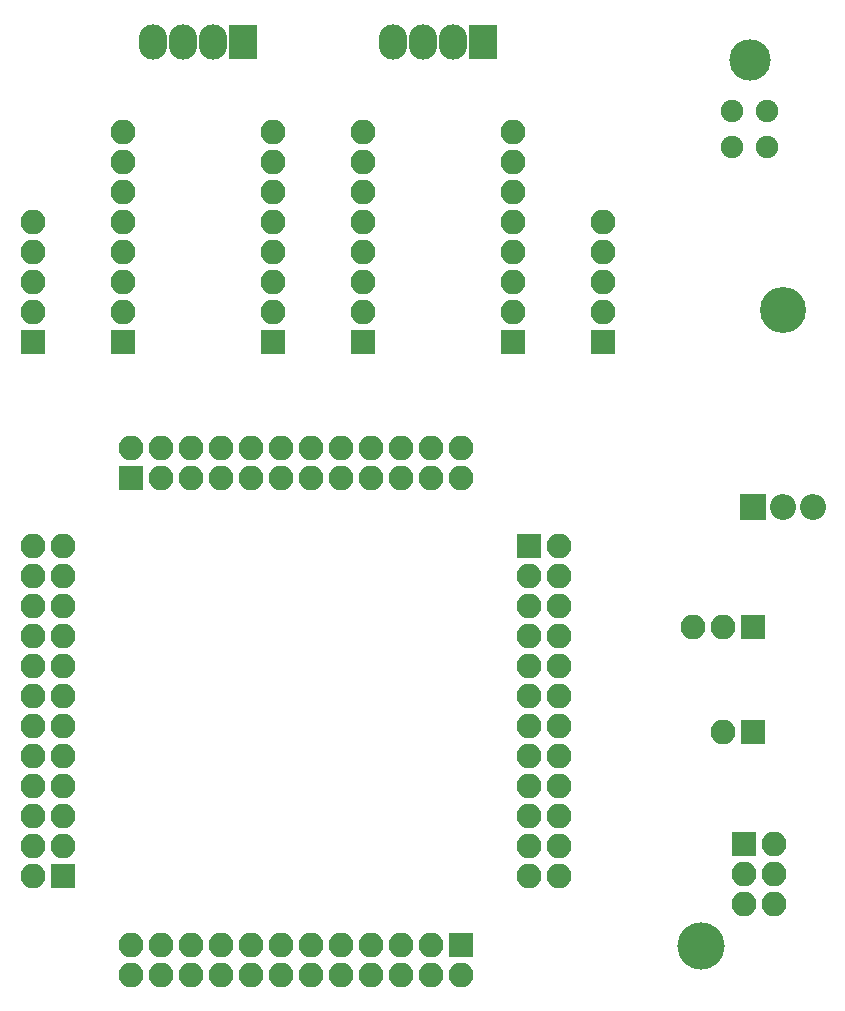
<source format=gbs>
G04 #@! TF.FileFunction,Soldermask,Bot*
%FSLAX46Y46*%
G04 Gerber Fmt 4.6, Leading zero omitted, Abs format (unit mm)*
G04 Created by KiCad (PCBNEW 4.0.7+dfsg1-1~bpo9+1) date Mon Mar  5 23:37:55 2018*
%MOMM*%
%LPD*%
G01*
G04 APERTURE LIST*
%ADD10C,0.100000*%
%ADD11R,2.100000X2.100000*%
%ADD12O,2.100000X2.100000*%
%ADD13C,4.000000*%
%ADD14C,1.900000*%
%ADD15C,3.500000*%
%ADD16R,2.400000X3.000000*%
%ADD17O,2.400000X3.000000*%
%ADD18O,3.900000X3.900000*%
%ADD19R,2.200000X2.200000*%
%ADD20O,2.200000X2.200000*%
G04 APERTURE END LIST*
D10*
D11*
X143000000Y-66720000D03*
D12*
X143000000Y-64180000D03*
X143000000Y-61640000D03*
X143000000Y-59100000D03*
X143000000Y-56560000D03*
X143000000Y-54020000D03*
X143000000Y-51480000D03*
X143000000Y-48940000D03*
D11*
X130300000Y-66720000D03*
D12*
X130300000Y-64180000D03*
X130300000Y-61640000D03*
X130300000Y-59100000D03*
X130300000Y-56560000D03*
X130300000Y-54020000D03*
X130300000Y-51480000D03*
X130300000Y-48940000D03*
D11*
X150620000Y-66720000D03*
D12*
X150620000Y-64180000D03*
X150620000Y-61640000D03*
X150620000Y-59100000D03*
X150620000Y-56560000D03*
X150620000Y-54020000D03*
X150620000Y-51480000D03*
X150620000Y-48940000D03*
D11*
X163320000Y-66720000D03*
D12*
X163320000Y-64180000D03*
X163320000Y-61640000D03*
X163320000Y-59100000D03*
X163320000Y-56560000D03*
X163320000Y-54020000D03*
X163320000Y-51480000D03*
X163320000Y-48940000D03*
D11*
X164740000Y-84030000D03*
D12*
X167280000Y-84030000D03*
X164740000Y-86570000D03*
X167280000Y-86570000D03*
X164740000Y-89110000D03*
X167280000Y-89110000D03*
X164740000Y-91650000D03*
X167280000Y-91650000D03*
X164740000Y-94190000D03*
X167280000Y-94190000D03*
X164740000Y-96730000D03*
X167280000Y-96730000D03*
X164740000Y-99270000D03*
X167280000Y-99270000D03*
X164740000Y-101810000D03*
X167280000Y-101810000D03*
X164740000Y-104350000D03*
X167280000Y-104350000D03*
X164740000Y-106890000D03*
X167280000Y-106890000D03*
X164740000Y-109430000D03*
X167280000Y-109430000D03*
X164740000Y-111970000D03*
X167280000Y-111970000D03*
D11*
X183640000Y-99740000D03*
D12*
X181100000Y-99740000D03*
D11*
X183640000Y-90850000D03*
D12*
X181100000Y-90850000D03*
X178560000Y-90850000D03*
D11*
X182880000Y-109220000D03*
D12*
X185420000Y-109220000D03*
X182880000Y-111760000D03*
X185420000Y-111760000D03*
X182880000Y-114300000D03*
X185420000Y-114300000D03*
D13*
X179280000Y-117870000D03*
D11*
X170940000Y-66720000D03*
D12*
X170940000Y-64180000D03*
X170940000Y-61640000D03*
X170940000Y-59100000D03*
X170940000Y-56560000D03*
D11*
X122680000Y-66720000D03*
D12*
X122680000Y-64180000D03*
X122680000Y-61640000D03*
X122680000Y-59100000D03*
X122680000Y-56560000D03*
D11*
X131030000Y-78260000D03*
D12*
X131030000Y-75720000D03*
X133570000Y-78260000D03*
X133570000Y-75720000D03*
X136110000Y-78260000D03*
X136110000Y-75720000D03*
X138650000Y-78260000D03*
X138650000Y-75720000D03*
X141190000Y-78260000D03*
X141190000Y-75720000D03*
X143730000Y-78260000D03*
X143730000Y-75720000D03*
X146270000Y-78260000D03*
X146270000Y-75720000D03*
X148810000Y-78260000D03*
X148810000Y-75720000D03*
X151350000Y-78260000D03*
X151350000Y-75720000D03*
X153890000Y-78260000D03*
X153890000Y-75720000D03*
X156430000Y-78260000D03*
X156430000Y-75720000D03*
X158970000Y-78260000D03*
X158970000Y-75720000D03*
D11*
X125260000Y-111970000D03*
D12*
X122720000Y-111970000D03*
X125260000Y-109430000D03*
X122720000Y-109430000D03*
X125260000Y-106890000D03*
X122720000Y-106890000D03*
X125260000Y-104350000D03*
X122720000Y-104350000D03*
X125260000Y-101810000D03*
X122720000Y-101810000D03*
X125260000Y-99270000D03*
X122720000Y-99270000D03*
X125260000Y-96730000D03*
X122720000Y-96730000D03*
X125260000Y-94190000D03*
X122720000Y-94190000D03*
X125260000Y-91650000D03*
X122720000Y-91650000D03*
X125260000Y-89110000D03*
X122720000Y-89110000D03*
X125260000Y-86570000D03*
X122720000Y-86570000D03*
X125260000Y-84030000D03*
X122720000Y-84030000D03*
D14*
X181886000Y-50210000D03*
X181886000Y-47210000D03*
X184886000Y-50210000D03*
X184886000Y-47210000D03*
D15*
X183386000Y-42890000D03*
D16*
X140460000Y-41320000D03*
D17*
X137920000Y-41320000D03*
X135380000Y-41320000D03*
X132840000Y-41320000D03*
D16*
X160780000Y-41320000D03*
D17*
X158240000Y-41320000D03*
X155700000Y-41320000D03*
X153160000Y-41320000D03*
D11*
X158970000Y-117740000D03*
D12*
X158970000Y-120280000D03*
X156430000Y-117740000D03*
X156430000Y-120280000D03*
X153890000Y-117740000D03*
X153890000Y-120280000D03*
X151350000Y-117740000D03*
X151350000Y-120280000D03*
X148810000Y-117740000D03*
X148810000Y-120280000D03*
X146270000Y-117740000D03*
X146270000Y-120280000D03*
X143730000Y-117740000D03*
X143730000Y-120280000D03*
X141190000Y-117740000D03*
X141190000Y-120280000D03*
X138650000Y-117740000D03*
X138650000Y-120280000D03*
X136110000Y-117740000D03*
X136110000Y-120280000D03*
X133570000Y-117740000D03*
X133570000Y-120280000D03*
X131030000Y-117740000D03*
X131030000Y-120280000D03*
D18*
X186180000Y-64030000D03*
D19*
X183640000Y-80690000D03*
D20*
X186180000Y-80690000D03*
X188720000Y-80690000D03*
M02*

</source>
